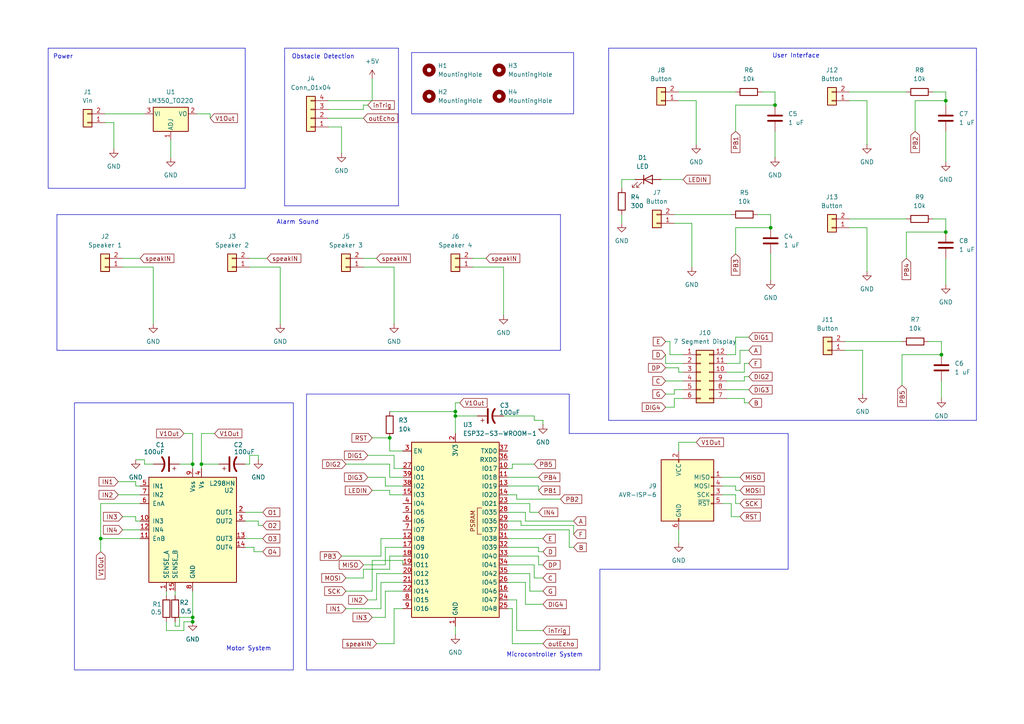
<source format=kicad_sch>
(kicad_sch (version 20231120) (generator "eeschema") (generator_version "8.0")
  (paper "A4")
  (lib_symbols
    (symbol "Connector:AVR-ISP-6" (pin_names (offset 1.016))
      (property "Reference" "J" (at -6.35 11.43 0))
      (property "Value" "AVR-ISP-6" (at 0 11.43 0))
      (symbol "AVR-ISP-6_1_1"
        (pin passive line (at 10.16 5.08 180) (length 2.54) (name "MISO") (number "1"))
        (pin passive line (at -2.54 12.7 270) (length 2.54) (name "VCC") (number "2"))
        (pin passive line (at 10.16 0 180) (length 2.54) (name "SCK") (number "3"))
        (pin passive line (at 10.16 2.54 180) (length 2.54) (name "MOSI") (number "4"))
        (pin passive line (at 10.16 -2.54 180) (length 2.54) (name "~{RST}") (number "5"))
        (pin passive line (at -2.54 -10.16 90) (length 2.54) (name "GND") (number "6"))
      )
    )
    (symbol "Connector_Generic:Conn_01x02" (pin_names (offset 1.016) hide)
      (property "Reference" "J" (at 0 2.54 0))
      (property "Value" "Conn_01x02" (at 0 -5.08 0))
      (symbol "Conn_01x02_1_1"
        (pin passive line (at -5.08 0 0) (length 3.81) (name "Pin_1") (number "1"))
        (pin passive line (at -5.08 -2.54 0) (length 3.81) (name "Pin_2") (number "2"))
      )
    )
    (symbol "Connector_Generic:Conn_01x04" (pin_names (offset 1.016) hide)
      (property "Reference" "J" (at 0 5.08 0))
      (property "Value" "Conn_01x04" (at 0 -7.62 0))
      (symbol "Conn_01x04_1_1"
        (pin passive line (at -5.08 2.54 0) (length 3.81) (name "Pin_1") (number "1"))
        (pin passive line (at -5.08 0 0) (length 3.81) (name "Pin_2") (number "2"))
        (pin passive line (at -5.08 -2.54 0) (length 3.81) (name "Pin_3") (number "3"))
        (pin passive line (at -5.08 -5.08 0) (length 3.81) (name "Pin_4") (number "4"))
      )
    )
    (symbol "Connector_Generic:Conn_02x06_Counter_Clockwise" (pin_names (offset 1.016) hide)
      (property "Reference" "J" (at 1.27 7.62 0))
      (property "Value" "Conn_02x06_Counter_Clockwise" (at 1.27 -10.16 0))
      (symbol "Conn_02x06_Counter_Clockwise_1_1"
        (pin passive line (at -5.08 5.08 0) (length 3.81) (name "Pin_1") (number "1"))
        (pin passive line (at 7.62 0 180) (length 3.81) (name "Pin_10") (number "10"))
        (pin passive line (at 7.62 2.54 180) (length 3.81) (name "Pin_11") (number "11"))
        (pin passive line (at 7.62 5.08 180) (length 3.81) (name "Pin_12") (number "12"))
        (pin passive line (at -5.08 2.54 0) (length 3.81) (name "Pin_2") (number "2"))
        (pin passive line (at -5.08 0 0) (length 3.81) (name "Pin_3") (number "3"))
        (pin passive line (at -5.08 -2.54 0) (length 3.81) (name "Pin_4") (number "4"))
        (pin passive line (at -5.08 -5.08 0) (length 3.81) (name "Pin_5") (number "5"))
        (pin passive line (at -5.08 -7.62 0) (length 3.81) (name "Pin_6") (number "6"))
        (pin passive line (at 7.62 -7.62 180) (length 3.81) (name "Pin_7") (number "7"))
        (pin passive line (at 7.62 -5.08 180) (length 3.81) (name "Pin_8") (number "8"))
        (pin passive line (at 7.62 -2.54 180) (length 3.81) (name "Pin_9") (number "9"))
      )
    )
    (symbol "Device:C" (pin_numbers hide) (pin_names (offset 0.254))
      (property "Reference" "C" (at 0.635 2.54 0))
      (property "Value" "C" (at 0.635 -2.54 0))
      (symbol "C_1_1"
        (pin passive line (at 0 3.81 270) (length 2.794) (name "~") (number "1"))
        (pin passive line (at 0 -3.81 90) (length 2.794) (name "~") (number "2"))
      )
    )
    (symbol "Device:C_Polarized_US" (pin_numbers hide) (pin_names (offset 0.254) hide)
      (property "Reference" "C" (at 0.635 2.54 0))
      (property "Value" "C_Polarized_US" (at 0.635 -2.54 0))
      (symbol "C_Polarized_US_1_1"
        (pin passive line (at 0 3.81 270) (length 2.794) (name "~") (number "1"))
        (pin passive line (at 0 -3.81 90) (length 3.302) (name "~") (number "2"))
      )
    )
    (symbol "Device:LED" (pin_numbers hide) (pin_names (offset 1.016) hide)
      (property "Reference" "D" (at 0 2.54 0))
      (property "Value" "LED" (at 0 -2.54 0))
      (symbol "LED_1_1"
        (pin passive line (at -3.81 0 0) (length 2.54) (name "K") (number "1"))
        (pin passive line (at 3.81 0 180) (length 2.54) (name "A") (number "2"))
      )
    )
    (symbol "Device:R" (pin_numbers hide) (pin_names (offset 0))
      (property "Reference" "R" (at 2.032 0 90))
      (property "Value" "R" (at 0 0 90))
      (symbol "R_1_1"
        (pin passive line (at 0 3.81 270) (length 1.27) (name "~") (number "1"))
        (pin passive line (at 0 -3.81 90) (length 1.27) (name "~") (number "2"))
      )
    )
    (symbol "Driver_Motor:L298HN" (pin_names (offset 1.016))
      (property "Reference" "U" (at -10.16 16.51 0))
      (property "Value" "L298HN" (at 12.7 16.51 0))
      (symbol "L298HN_1_1"
        (pin power_in line (at -7.62 -17.78 90) (length 2.54) (name "SENSE_A") (number "1"))
        (pin input line (at -15.24 2.54 0) (length 2.54) (name "IN3") (number "10"))
        (pin input line (at -15.24 -2.54 0) (length 2.54) (name "EnB") (number "11"))
        (pin input line (at -15.24 0 0) (length 2.54) (name "IN4") (number "12"))
        (pin output line (at 15.24 -2.54 180) (length 2.54) (name "OUT3") (number "13"))
        (pin output line (at 15.24 -5.08 180) (length 2.54) (name "OUT4") (number "14"))
        (pin power_in line (at -5.08 -17.78 90) (length 2.54) (name "SENSE_B") (number "15"))
        (pin output line (at 15.24 5.08 180) (length 2.54) (name "OUT1") (number "2"))
        (pin output line (at 15.24 2.54 180) (length 2.54) (name "OUT2") (number "3"))
        (pin power_in line (at 2.54 17.78 270) (length 2.54) (name "Vs") (number "4"))
        (pin input line (at -15.24 12.7 0) (length 2.54) (name "IN1") (number "5"))
        (pin input line (at -15.24 7.62 0) (length 2.54) (name "EnA") (number "6"))
        (pin input line (at -15.24 10.16 0) (length 2.54) (name "IN2") (number "7"))
        (pin power_in line (at 0 -17.78 90) (length 2.54) (name "GND") (number "8"))
        (pin power_in line (at 0 17.78 270) (length 2.54) (name "Vss") (number "9"))
      )
    )
    (symbol "Mechanical:MountingHole" (pin_names (offset 1.016)) (exclude_from_sim yes) (in_bom no)
      (property "Reference" "H" (at 0 5.08 0))
      (property "Value" "MountingHole" (at 0 3.175 0))
    )
    (symbol "RF_Module:ESP32-S3-WROOM-1"
      (property "Reference" "U" (at -12.7 26.67 0))
      (property "Value" "ESP32-S3-WROOM-1" (at 12.7 26.67 0))
      (symbol "ESP32-S3-WROOM-1_0_0"
        (text "PSRAM" (at 5.08 2.54 900) (effects (font (size 1.27 1.27))))
      )
      (symbol "ESP32-S3-WROOM-1_1_1"
        (pin power_in line (at 0 -27.94 90) (length 2.54) (name "GND") (number "1"))
        (pin bidirectional line (at 15.24 17.78 180) (length 2.54) (name "IO17") (number "10"))
        (pin bidirectional line (at 15.24 15.24 180) (length 2.54) (name "IO18") (number "11"))
        (pin bidirectional line (at -15.24 -2.54 0) (length 2.54) (name "IO8") (number "12"))
        (pin bidirectional line (at 15.24 12.7 180) (length 2.54) (name "IO19") (number "13"))
        (pin bidirectional line (at 15.24 10.16 180) (length 2.54) (name "IO20") (number "14"))
        (pin bidirectional line (at -15.24 10.16 0) (length 2.54) (name "IO3") (number "15"))
        (pin bidirectional line (at 15.24 -17.78 180) (length 2.54) (name "IO46") (number "16"))
        (pin bidirectional line (at -15.24 -5.08 0) (length 2.54) (name "IO9") (number "17"))
        (pin bidirectional line (at -15.24 -7.62 0) (length 2.54) (name "IO10") (number "18"))
        (pin bidirectional line (at -15.24 -10.16 0) (length 2.54) (name "IO11") (number "19"))
        (pin power_in line (at 0 27.94 270) (length 2.54) (name "3V3") (number "2"))
        (pin bidirectional line (at -15.24 -12.7 0) (length 2.54) (name "IO12") (number "20"))
        (pin bidirectional line (at -15.24 -15.24 0) (length 2.54) (name "IO13") (number "21"))
        (pin bidirectional line (at -15.24 -17.78 0) (length 2.54) (name "IO14") (number "22"))
        (pin bidirectional line (at 15.24 7.62 180) (length 2.54) (name "IO21") (number "23"))
        (pin bidirectional line (at 15.24 -20.32 180) (length 2.54) (name "IO47") (number "24"))
        (pin bidirectional line (at 15.24 -22.86 180) (length 2.54) (name "IO48") (number "25"))
        (pin bidirectional line (at 15.24 -15.24 180) (length 2.54) (name "IO45") (number "26"))
        (pin bidirectional line (at -15.24 17.78 0) (length 2.54) (name "IO0") (number "27"))
        (pin bidirectional line (at 15.24 5.08 180) (length 2.54) (name "IO35") (number "28"))
        (pin bidirectional line (at 15.24 2.54 180) (length 2.54) (name "IO36") (number "29"))
        (pin input line (at -15.24 22.86 0) (length 2.54) (name "EN") (number "3"))
        (pin bidirectional line (at 15.24 0 180) (length 2.54) (name "IO37") (number "30"))
        (pin bidirectional line (at 15.24 -2.54 180) (length 2.54) (name "IO38") (number "31"))
        (pin bidirectional line (at 15.24 -5.08 180) (length 2.54) (name "IO39") (number "32"))
        (pin bidirectional line (at 15.24 -7.62 180) (length 2.54) (name "IO40") (number "33"))
        (pin bidirectional line (at 15.24 -10.16 180) (length 2.54) (name "IO41") (number "34"))
        (pin bidirectional line (at 15.24 -12.7 180) (length 2.54) (name "IO42") (number "35"))
        (pin bidirectional line (at 15.24 20.32 180) (length 2.54) (name "RXD0") (number "36"))
        (pin bidirectional line (at 15.24 22.86 180) (length 2.54) (name "TXD0") (number "37"))
        (pin bidirectional line (at -15.24 12.7 0) (length 2.54) (name "IO2") (number "38"))
        (pin bidirectional line (at -15.24 15.24 0) (length 2.54) (name "IO1") (number "39"))
        (pin bidirectional line (at -15.24 7.62 0) (length 2.54) (name "IO4") (number "4"))
        (pin passive line (at 0 -27.94 90) (length 2.54) hide (name "GND") (number "40"))
        (pin passive line (at 0 -27.94 90) (length 2.54) hide (name "GND") (number "41"))
        (pin bidirectional line (at -15.24 5.08 0) (length 2.54) (name "IO5") (number "5"))
        (pin bidirectional line (at -15.24 2.54 0) (length 2.54) (name "IO6") (number "6"))
        (pin bidirectional line (at -15.24 0 0) (length 2.54) (name "IO7") (number "7"))
        (pin bidirectional line (at -15.24 -20.32 0) (length 2.54) (name "IO15") (number "8"))
        (pin bidirectional line (at -15.24 -22.86 0) (length 2.54) (name "IO16") (number "9"))
      )
    )
    (symbol "Regulator_Linear:LM350_TO220" (pin_names (offset 0.254))
      (property "Reference" "U" (at -3.81 3.175 0))
      (property "Value" "LM350_TO220" (at 0 3.175 0))
      (symbol "LM350_TO220_1_1"
        (pin input line (at 0 -7.62 90) (length 2.54) (name "ADJ") (number "1"))
        (pin power_out line (at 7.62 0 180) (length 2.54) (name "VO") (number "2"))
        (pin power_in line (at -7.62 0 0) (length 2.54) (name "VI") (number "3"))
      )
    )
    (symbol "power:+5V" (power) (pin_numbers hide) (pin_names (offset 0) hide)
      (property "Value" "+5V" (at 0 3.556 0))
      (symbol "+5V_1_1"
        (pin power_in line (at 0 0 90) (length 0) (name "~") (number "1"))
      )
    )
    (symbol "power:GND" (power) (pin_numbers hide) (pin_names (offset 0) hide)
      (property "Value" "GND" (at 0 -3.81 0))
      (symbol "GND_1_1"
        (pin power_in line (at 0 0 270) (length 0) (name "~") (number "1"))
      )
    )
  )
  (junction (at 223.52 66.04))
  (junction (at 29.21 156.21))
  (junction (at 55.88 134.62))
  (junction (at 132.08 120.65))
  (junction (at 132.08 119.38))
  (junction (at 224.79 30.48))
  (junction (at 55.88 180.34))
  (junction (at 55.88 179.07))
  (junction (at 273.05 102.87))
  (junction (at 274.32 29.21))
  (junction (at 113.03 127))
  (junction (at 58.42 134.62))
  (junction (at 274.32 67.31))
  (polyline (pts (xy 82.55 13.97) (xy 82.55 16.51)))
  (wire (pts (xy 215.9 107.95) (xy 215.9 105.41)))
  (wire (pts (xy 157.48 186.69) (xy 148.59 186.69)))
  (wire (pts (xy 39.37 151.13) (xy 40.64 151.13)))
  (wire (pts (xy 195.58 118.11) (xy 195.58 115.57)))
  (wire (pts (xy 157.48 175.26) (xy 152.4 175.26)))
  (wire (pts (xy 111.76 171.45) (xy 116.84 171.45)))
  (wire (pts (xy 201.93 29.21) (xy 196.85 29.21)))
  (wire (pts (xy 156.21 163.83) (xy 156.21 161.29)))
  (wire (pts (xy 114.3 186.69) (xy 114.3 176.53)))
  (wire (pts (xy 116.84 162.56) (xy 116.84 163.83)))
  (wire (pts (xy 246.38 26.67) (xy 262.89 26.67)))
  (wire (pts (xy 113.03 165.1) (xy 113.03 161.29)))
  (wire (pts (xy 151.13 152.4) (xy 151.13 151.13)))
  (wire (pts (xy 273.05 110.49) (xy 273.05 115.57)))
  (polyline (pts (xy 115.57 59.69) (xy 115.57 13.97)))
  (wire (pts (xy 114.3 132.08) (xy 114.3 135.89)))
  (wire (pts (xy 48.26 171.45) (xy 48.26 172.72)))
  (polyline (pts (xy 82.55 16.51) (xy 82.55 59.69)))
  (wire (pts (xy 251.46 29.21) (xy 246.38 29.21)))
  (polyline (pts (xy 283.21 20.32) (xy 283.21 121.92)))
  (wire (pts (xy 71.12 134.62) (xy 72.39 134.62)))
  (wire (pts (xy 74.93 151.13) (xy 74.93 152.4)))
  (wire (pts (xy 48.26 180.34) (xy 48.26 182.88)))
  (wire (pts (xy 195.58 113.03) (xy 198.12 113.03)))
  (wire (pts (xy 193.04 106.68) (xy 196.85 106.68)))
  (wire (pts (xy 113.03 119.38) (xy 132.08 119.38)))
  (wire (pts (xy 73.66 160.02) (xy 76.2 160.02)))
  (wire (pts (xy 106.68 173.99) (xy 109.22 173.99)))
  (wire (pts (xy 270.51 63.5) (xy 274.32 63.5)))
  (wire (pts (xy 113.03 130.81) (xy 113.03 127)))
  (wire (pts (xy 209.55 143.51) (xy 213.36 143.51)))
  (wire (pts (xy 251.46 41.91) (xy 251.46 29.21)))
  (polyline (pts (xy 16.51 62.23) (xy 162.56 62.23)))
  (wire (pts (xy 196.85 153.67) (xy 196.85 157.48)))
  (wire (pts (xy 154.94 134.62) (xy 148.59 134.62)))
  (wire (pts (xy 113.03 161.29) (xy 116.84 161.29)))
  (polyline (pts (xy 115.57 13.97) (xy 82.55 13.97)))
  (wire (pts (xy 114.3 77.47) (xy 114.3 93.98)))
  (wire (pts (xy 72.39 132.08) (xy 74.93 132.08)))
  (wire (pts (xy 41.91 134.62) (xy 41.91 133.35)))
  (wire (pts (xy 180.34 54.61) (xy 180.34 52.07)))
  (wire (pts (xy 71.12 151.13) (xy 74.93 151.13)))
  (wire (pts (xy 251.46 78.74) (xy 251.46 66.04)))
  (wire (pts (xy 72.39 134.62) (xy 72.39 132.08)))
  (wire (pts (xy 111.76 158.75) (xy 116.84 158.75)))
  (wire (pts (xy 52.07 179.07) (xy 55.88 179.07)))
  (wire (pts (xy 133.35 116.84) (xy 132.08 116.84)))
  (wire (pts (xy 209.55 146.05) (xy 212.09 146.05)))
  (wire (pts (xy 34.29 139.7) (xy 39.37 139.7)))
  (wire (pts (xy 166.37 151.13) (xy 152.4 151.13)))
  (wire (pts (xy 110.49 161.29) (xy 110.49 156.21)))
  (wire (pts (xy 107.95 127) (xy 113.03 127)))
  (wire (pts (xy 62.23 125.73) (xy 58.42 125.73)))
  (wire (pts (xy 48.26 182.88) (xy 53.34 182.88)))
  (wire (pts (xy 251.46 66.04) (xy 246.38 66.04)))
  (wire (pts (xy 156.21 160.02) (xy 156.21 158.75)))
  (polyline (pts (xy 16.51 62.23) (xy 16.51 101.6)))
  (polyline (pts (xy 165.1 114.3) (xy 88.9 114.3)))
  (wire (pts (xy 148.59 176.53) (xy 147.32 176.53)))
  (wire (pts (xy 35.56 74.93) (xy 40.64 74.93)))
  (polyline (pts (xy 162.56 62.23) (xy 162.56 101.6)))
  (wire (pts (xy 201.93 128.27) (xy 196.85 128.27)))
  (wire (pts (xy 215.9 110.49) (xy 215.9 109.22)))
  (wire (pts (xy 50.8 181.61) (xy 52.07 181.61)))
  (wire (pts (xy 196.85 26.67) (xy 213.36 26.67)))
  (wire (pts (xy 147.32 156.21) (xy 157.48 156.21)))
  (wire (pts (xy 270.51 26.67) (xy 274.32 26.67)))
  (polyline (pts (xy 71.12 13.97) (xy 71.12 54.61)))
  (wire (pts (xy 99.06 161.29) (xy 110.49 161.29)))
  (wire (pts (xy 210.82 115.57) (xy 215.9 115.57)))
  (polyline (pts (xy 88.9 194.31) (xy 173.99 194.31)))
  (wire (pts (xy 193.04 114.3) (xy 195.58 114.3)))
  (wire (pts (xy 114.3 135.89) (xy 116.84 135.89)))
  (wire (pts (xy 53.34 182.88) (xy 53.34 180.34)))
  (wire (pts (xy 55.88 171.45) (xy 55.88 179.07)))
  (wire (pts (xy 209.55 140.97) (xy 213.36 140.97)))
  (wire (pts (xy 111.76 179.07) (xy 111.76 171.45)))
  (wire (pts (xy 35.56 149.86) (xy 39.37 149.86)))
  (wire (pts (xy 99.06 36.83) (xy 95.25 36.83)))
  (wire (pts (xy 215.9 116.84) (xy 217.17 116.84)))
  (wire (pts (xy 109.22 166.37) (xy 116.84 166.37)))
  (wire (pts (xy 55.88 179.07) (xy 55.88 180.34)))
  (wire (pts (xy 100.33 176.53) (xy 110.49 176.53)))
  (wire (pts (xy 269.24 99.06) (xy 273.05 99.06)))
  (polyline (pts (xy 162.56 101.6) (xy 16.51 101.6)))
  (wire (pts (xy 116.84 130.81) (xy 113.03 130.81)))
  (wire (pts (xy 153.67 146.05) (xy 147.32 146.05)))
  (wire (pts (xy 30.48 33.02) (xy 41.91 33.02)))
  (wire (pts (xy 180.34 62.23) (xy 180.34 64.77)))
  (wire (pts (xy 113.03 142.24) (xy 113.03 143.51)))
  (wire (pts (xy 74.93 132.08) (xy 74.93 133.35)))
  (wire (pts (xy 262.89 74.93) (xy 262.89 67.31)))
  (wire (pts (xy 72.39 74.93) (xy 77.47 74.93)))
  (wire (pts (xy 261.62 102.87) (xy 261.62 111.76)))
  (wire (pts (xy 71.12 148.59) (xy 76.2 148.59)))
  (wire (pts (xy 35.56 77.47) (xy 44.45 77.47)))
  (wire (pts (xy 106.68 132.08) (xy 114.3 132.08)))
  (wire (pts (xy 148.59 134.62) (xy 148.59 135.89)))
  (wire (pts (xy 132.08 120.65) (xy 138.43 120.65)))
  (wire (pts (xy 111.76 140.97) (xy 116.84 140.97)))
  (wire (pts (xy 213.36 38.1) (xy 213.36 30.48)))
  (wire (pts (xy 107.95 142.24) (xy 113.03 142.24)))
  (polyline (pts (xy 283.21 13.97) (xy 283.21 20.32)))
  (wire (pts (xy 58.42 125.73) (xy 58.42 134.62)))
  (wire (pts (xy 154.94 163.83) (xy 147.32 163.83)))
  (wire (pts (xy 154.94 121.92) (xy 157.48 121.92)))
  (wire (pts (xy 81.28 77.47) (xy 81.28 93.98)))
  (wire (pts (xy 132.08 181.61) (xy 132.08 184.15)))
  (wire (pts (xy 149.86 143.51) (xy 147.32 143.51)))
  (wire (pts (xy 106.68 138.43) (xy 111.76 138.43)))
  (wire (pts (xy 137.16 77.47) (xy 146.05 77.47)))
  (wire (pts (xy 191.77 52.07) (xy 198.12 52.07)))
  (wire (pts (xy 52.07 134.62) (xy 55.88 134.62)))
  (wire (pts (xy 73.66 158.75) (xy 73.66 160.02)))
  (wire (pts (xy 196.85 106.68) (xy 196.85 107.95)))
  (wire (pts (xy 157.48 167.64) (xy 154.94 167.64)))
  (wire (pts (xy 157.48 163.83) (xy 156.21 163.83)))
  (wire (pts (xy 215.9 115.57) (xy 215.9 116.84)))
  (wire (pts (xy 194.31 99.06) (xy 194.31 102.87)))
  (wire (pts (xy 265.43 29.21) (xy 274.32 29.21)))
  (wire (pts (xy 196.85 128.27) (xy 196.85 130.81)))
  (wire (pts (xy 262.89 67.31) (xy 274.32 67.31)))
  (wire (pts (xy 156.21 140.97) (xy 147.32 140.97)))
  (wire (pts (xy 215.9 105.41) (xy 217.17 105.41)))
  (wire (pts (xy 100.33 134.62) (xy 113.03 134.62)))
  (wire (pts (xy 151.13 151.13) (xy 147.32 151.13)))
  (polyline (pts (xy 283.21 121.92) (xy 176.53 121.92)))
  (wire (pts (xy 50.8 171.45) (xy 50.8 172.72)))
  (wire (pts (xy 156.21 142.24) (xy 156.21 140.97)))
  (wire (pts (xy 148.59 135.89) (xy 147.32 135.89)))
  (wire (pts (xy 111.76 138.43) (xy 111.76 140.97)))
  (wire (pts (xy 113.03 138.43) (xy 116.84 138.43)))
  (wire (pts (xy 193.04 102.87) (xy 193.04 105.41)))
  (polyline (pts (xy 173.99 165.1) (xy 228.6 165.1)))
  (wire (pts (xy 193.04 118.11) (xy 195.58 118.11)))
  (wire (pts (xy 250.19 114.3) (xy 250.19 101.6)))
  (wire (pts (xy 215.9 109.22) (xy 217.17 109.22)))
  (wire (pts (xy 71.12 158.75) (xy 73.66 158.75)))
  (wire (pts (xy 200.66 64.77) (xy 195.58 64.77)))
  (wire (pts (xy 107.95 22.86) (xy 107.95 29.21)))
  (wire (pts (xy 39.37 140.97) (xy 40.64 140.97)))
  (wire (pts (xy 213.36 30.48) (xy 224.79 30.48)))
  (wire (pts (xy 156.21 158.75) (xy 147.32 158.75)))
  (wire (pts (xy 105.41 77.47) (xy 114.3 77.47)))
  (wire (pts (xy 107.95 29.21) (xy 95.25 29.21)))
  (polyline (pts (xy 88.9 114.3) (xy 88.9 194.31)))
  (wire (pts (xy 245.11 99.06) (xy 261.62 99.06)))
  (wire (pts (xy 224.79 26.67) (xy 224.79 30.48)))
  (wire (pts (xy 132.08 120.65) (xy 132.08 125.73)))
  (wire (pts (xy 210.82 107.95) (xy 215.9 107.95)))
  (wire (pts (xy 29.21 146.05) (xy 29.21 156.21)))
  (wire (pts (xy 95.25 34.29) (xy 105.41 34.29)))
  (wire (pts (xy 113.03 143.51) (xy 116.84 143.51)))
  (wire (pts (xy 213.36 97.79) (xy 217.17 97.79)))
  (wire (pts (xy 33.02 35.56) (xy 33.02 43.18)))
  (wire (pts (xy 57.15 33.02) (xy 60.96 33.02)))
  (wire (pts (xy 210.82 110.49) (xy 215.9 110.49)))
  (wire (pts (xy 223.52 62.23) (xy 223.52 66.04)))
  (wire (pts (xy 212.09 146.05) (xy 212.09 149.86)))
  (wire (pts (xy 30.48 35.56) (xy 33.02 35.56)))
  (wire (pts (xy 72.39 77.47) (xy 81.28 77.47)))
  (polyline (pts (xy 71.12 54.61) (xy 13.97 54.61)))
  (wire (pts (xy 214.63 105.41) (xy 214.63 101.6)))
  (wire (pts (xy 132.08 116.84) (xy 132.08 119.38)))
  (wire (pts (xy 274.32 63.5) (xy 274.32 67.31)))
  (wire (pts (xy 58.42 134.62) (xy 63.5 134.62)))
  (wire (pts (xy 149.86 144.78) (xy 149.86 143.51)))
  (wire (pts (xy 109.22 186.69) (xy 114.3 186.69)))
  (wire (pts (xy 53.34 125.73) (xy 55.88 125.73)))
  (wire (pts (xy 246.38 63.5) (xy 262.89 63.5)))
  (wire (pts (xy 209.55 138.43) (xy 214.63 138.43)))
  (wire (pts (xy 165.1 158.75) (xy 165.1 153.67)))
  (wire (pts (xy 39.37 139.7) (xy 39.37 140.97)))
  (polyline (pts (xy 228.6 165.1) (xy 228.6 125.73)))
  (wire (pts (xy 146.05 77.47) (xy 146.05 91.44)))
  (wire (pts (xy 274.32 74.93) (xy 274.32 82.55)))
  (wire (pts (xy 100.33 171.45) (xy 107.95 171.45)))
  (wire (pts (xy 223.52 73.66) (xy 223.52 81.28)))
  (wire (pts (xy 213.36 73.66) (xy 213.36 66.04)))
  (wire (pts (xy 153.67 171.45) (xy 153.67 166.37)))
  (wire (pts (xy 213.36 142.24) (xy 214.63 142.24)))
  (wire (pts (xy 220.98 26.67) (xy 224.79 26.67)))
  (polyline (pts (xy 82.55 59.69) (xy 115.57 59.69)))
  (wire (pts (xy 105.41 167.64) (xy 105.41 165.1)))
  (wire (pts (xy 146.05 120.65) (xy 154.94 120.65)))
  (wire (pts (xy 114.3 176.53) (xy 116.84 176.53)))
  (wire (pts (xy 194.31 102.87) (xy 198.12 102.87)))
  (wire (pts (xy 157.48 171.45) (xy 153.67 171.45)))
  (wire (pts (xy 149.86 144.78) (xy 162.56 144.78)))
  (wire (pts (xy 107.95 162.56) (xy 116.84 162.56)))
  (wire (pts (xy 95.25 31.75) (xy 105.41 31.75)))
  (wire (pts (xy 110.49 176.53) (xy 110.49 168.91)))
  (wire (pts (xy 148.59 186.69) (xy 148.59 176.53)))
  (wire (pts (xy 105.41 30.48) (xy 106.68 30.48)))
  (wire (pts (xy 147.32 138.43) (xy 156.21 138.43)))
  (wire (pts (xy 157.48 182.88) (xy 149.86 182.88)))
  (wire (pts (xy 273.05 99.06) (xy 273.05 102.87)))
  (polyline (pts (xy 13.97 13.97) (xy 71.12 13.97)))
  (wire (pts (xy 110.49 168.91) (xy 116.84 168.91)))
  (wire (pts (xy 166.37 158.75) (xy 165.1 158.75)))
  (wire (pts (xy 152.4 148.59) (xy 147.32 148.59)))
  (wire (pts (xy 213.36 140.97) (xy 213.36 142.24)))
  (wire (pts (xy 154.94 120.65) (xy 154.94 121.92)))
  (wire (pts (xy 201.93 41.91) (xy 201.93 29.21)))
  (wire (pts (xy 210.82 113.03) (xy 217.17 113.03)))
  (wire (pts (xy 39.37 149.86) (xy 39.37 151.13)))
  (wire (pts (xy 210.82 105.41) (xy 214.63 105.41)))
  (wire (pts (xy 214.63 101.6) (xy 217.17 101.6)))
  (wire (pts (xy 111.76 163.83) (xy 111.76 158.75)))
  (wire (pts (xy 55.88 134.62) (xy 55.88 135.89)))
  (wire (pts (xy 147.32 153.67) (xy 165.1 153.67)))
  (wire (pts (xy 52.07 181.61) (xy 52.07 179.07)))
  (wire (pts (xy 153.67 166.37) (xy 147.32 166.37)))
  (wire (pts (xy 53.34 180.34) (xy 55.88 180.34)))
  (wire (pts (xy 152.4 175.26) (xy 152.4 168.91)))
  (wire (pts (xy 166.37 152.4) (xy 151.13 152.4)))
  (wire (pts (xy 107.95 179.07) (xy 111.76 179.07)))
  (wire (pts (xy 100.33 167.64) (xy 105.41 167.64)))
  (wire (pts (xy 149.86 173.99) (xy 147.32 173.99)))
  (wire (pts (xy 265.43 38.1) (xy 265.43 29.21)))
  (wire (pts (xy 60.96 33.02) (xy 60.96 34.29)))
  (wire (pts (xy 224.79 38.1) (xy 224.79 45.72)))
  (wire (pts (xy 166.37 154.94) (xy 166.37 152.4)))
  (wire (pts (xy 29.21 146.05) (xy 40.64 146.05)))
  (wire (pts (xy 212.09 149.86) (xy 214.63 149.86)))
  (wire (pts (xy 113.03 134.62) (xy 113.03 138.43)))
  (wire (pts (xy 152.4 168.91) (xy 147.32 168.91)))
  (wire (pts (xy 35.56 153.67) (xy 40.64 153.67)))
  (wire (pts (xy 193.04 110.49) (xy 198.12 110.49)))
  (wire (pts (xy 110.49 156.21) (xy 116.84 156.21)))
  (wire (pts (xy 157.48 121.92) (xy 157.48 123.19)))
  (wire (pts (xy 196.85 107.95) (xy 198.12 107.95)))
  (wire (pts (xy 105.41 165.1) (xy 113.03 165.1)))
  (wire (pts (xy 274.32 38.1) (xy 274.32 46.99)))
  (wire (pts (xy 213.36 102.87) (xy 213.36 97.79)))
  (polyline (pts (xy 165.1 114.3) (xy 165.1 125.73)))
  (wire (pts (xy 99.06 44.45) (xy 99.06 36.83)))
  (wire (pts (xy 41.91 133.35) (xy 39.37 133.35)))
  (polyline (pts (xy 176.53 13.97) (xy 283.21 13.97)))
  (wire (pts (xy 213.36 66.04) (xy 223.52 66.04)))
  (wire (pts (xy 29.21 156.21) (xy 40.64 156.21)))
  (wire (pts (xy 50.8 180.34) (xy 50.8 181.61)))
  (wire (pts (xy 193.04 99.06) (xy 194.31 99.06)))
  (wire (pts (xy 105.41 31.75) (xy 105.41 30.48)))
  (wire (pts (xy 58.42 134.62) (xy 58.42 135.89)))
  (wire (pts (xy 29.21 160.02) (xy 29.21 156.21)))
  (wire (pts (xy 213.36 143.51) (xy 213.36 146.05)))
  (wire (pts (xy 44.45 77.47) (xy 44.45 93.98)))
  (wire (pts (xy 152.4 151.13) (xy 152.4 148.59)))
  (wire (pts (xy 109.22 173.99) (xy 109.22 166.37)))
  (wire (pts (xy 195.58 62.23) (xy 212.09 62.23)))
  (polyline (pts (xy 176.53 121.92) (xy 176.53 13.97)))
  (wire (pts (xy 74.93 152.4) (xy 76.2 152.4)))
  (polyline (pts (xy 13.97 54.61) (xy 13.97 13.97)))
  (wire (pts (xy 157.48 160.02) (xy 156.21 160.02)))
  (wire (pts (xy 274.32 29.21) (xy 274.32 30.48)))
  (wire (pts (xy 49.53 40.64) (xy 49.53 45.72)))
  (wire (pts (xy 250.19 101.6) (xy 245.11 101.6)))
  (wire (pts (xy 137.16 74.93) (xy 140.97 74.93)))
  (wire (pts (xy 180.34 52.07) (xy 184.15 52.07)))
  (wire (pts (xy 219.71 62.23) (xy 223.52 62.23)))
  (wire (pts (xy 34.29 143.51) (xy 40.64 143.51)))
  (wire (pts (xy 193.04 105.41) (xy 198.12 105.41)))
  (wire (pts (xy 71.12 156.21) (xy 76.2 156.21)))
  (wire (pts (xy 200.66 77.47) (xy 200.66 64.77)))
  (wire (pts (xy 132.08 119.38) (xy 132.08 120.65)))
  (wire (pts (xy 195.58 114.3) (xy 195.58 113.03)))
  (wire (pts (xy 210.82 102.87) (xy 213.36 102.87)))
  (wire (pts (xy 105.41 163.83) (xy 111.76 163.83)))
  (wire (pts (xy 44.45 134.62) (xy 41.91 134.62)))
  (wire (pts (xy 107.95 171.45) (xy 107.95 162.56)))
  (wire (pts (xy 213.36 146.05) (xy 214.63 146.05)))
  (wire (pts (xy 105.41 74.93) (xy 109.22 74.93)))
  (wire (pts (xy 274.32 26.67) (xy 274.32 29.21)))
  (wire (pts (xy 153.67 148.59) (xy 153.67 146.05)))
  (polyline (pts (xy 173.99 194.31) (xy 173.99 165.1)))
  (wire (pts (xy 154.94 167.64) (xy 154.94 163.83)))
  (wire (pts (xy 156.21 161.29) (xy 147.32 161.29)))
  (wire (pts (xy 261.62 102.87) (xy 273.05 102.87)))
  (wire (pts (xy 195.58 115.57) (xy 198.12 115.57)))
  (wire (pts (xy 55.88 125.73) (xy 55.88 134.62)))
  (wire (pts (xy 153.67 148.59) (xy 156.21 148.59)))
  (wire (pts (xy 149.86 182.88) (xy 149.86 173.99)))
  (polyline (pts (xy 228.6 125.73) (xy 165.1 125.73)))
  (rectangle (start 119.38 15.24) (end 166.37 33.02))
  (rectangle (start 21.59 116.84) (end 85.09 194.31))
  (text "Alarm Sound" (at 86.36 64.516 0) (effects (font (size 1.27 1.27))))
  (text "Microcontroller System" (at 157.988 189.992 0) (effects (font (size 1.27 1.27))))
  (text "Motor System" (at 72.136 188.214 0) (effects (font (size 1.27 1.27))))
  (text "User Interface" (at 230.886 16.256 0) (effects (font (size 1.27 1.27))))
  (text "Power" (at 18.288 16.51 0) (effects (font (size 1.27 1.27))))
  (text "Obstacle Detection" (at 93.726 16.51 0) (effects (font (size 1.27 1.27))))
  (global_label "LEDIN" (shape input) (at 107.95 142.24 180) (property "Intersheetrefs" "${INTERSHEET_REFS}" (effects (hide yes))))
  (global_label "speakIN" (shape input) (at 109.22 74.93 0) (property "Intersheetrefs" "${INTERSHEET_REFS}" (effects (hide yes))))
  (global_label "DIG3" (shape input) (at 217.17 113.03 0) (property "Intersheetrefs" "${INTERSHEET_REFS}" (effects (hide yes))))
  (global_label "O1" (shape input) (at 76.2 148.59 0) (property "Intersheetrefs" "${INTERSHEET_REFS}" (effects (hide yes))))
  (global_label "G" (shape input) (at 193.04 114.3 180) (property "Intersheetrefs" "${INTERSHEET_REFS}" (effects (hide yes))))
  (global_label "IN2" (shape input) (at 34.29 143.51 180) (property "Intersheetrefs" "${INTERSHEET_REFS}" (effects (hide yes))))
  (global_label "O4" (shape input) (at 76.2 160.02 0) (property "Intersheetrefs" "${INTERSHEET_REFS}" (effects (hide yes))))
  (global_label "DIG1" (shape input) (at 106.68 132.08 180) (property "Intersheetrefs" "${INTERSHEET_REFS}" (effects (hide yes))))
  (global_label "DP" (shape input) (at 157.48 163.83 0) (property "Intersheetrefs" "${INTERSHEET_REFS}" (effects (hide yes))))
  (global_label "speakIN" (shape input) (at 77.47 74.93 0) (property "Intersheetrefs" "${INTERSHEET_REFS}" (effects (hide yes))))
  (global_label "speakIN" (shape input) (at 109.22 186.69 180) (property "Intersheetrefs" "${INTERSHEET_REFS}" (effects (hide yes))))
  (global_label "inTrig" (shape input) (at 106.68 30.48 0) (property "Intersheetrefs" "${INTERSHEET_REFS}" (effects (hide yes))))
  (global_label "IN3" (shape input) (at 107.95 179.07 180) (property "Intersheetrefs" "${INTERSHEET_REFS}" (effects (hide yes))))
  (global_label "V1Out" (shape input) (at 29.21 160.02 270) (property "Intersheetrefs" "${INTERSHEET_REFS}" (effects (hide yes))))
  (global_label "inTrig" (shape input) (at 157.48 182.88 0) (property "Intersheetrefs" "${INTERSHEET_REFS}" (effects (hide yes))))
  (global_label "D" (shape input) (at 193.04 102.87 180) (property "Intersheetrefs" "${INTERSHEET_REFS}" (effects (hide yes))))
  (global_label "MISO" (shape input) (at 105.41 163.83 180) (property "Intersheetrefs" "${INTERSHEET_REFS}" (effects (hide yes))))
  (global_label "O3" (shape input) (at 76.2 156.21 0) (property "Intersheetrefs" "${INTERSHEET_REFS}" (effects (hide yes))))
  (global_label "PB4" (shape input) (at 156.21 138.43 0) (property "Intersheetrefs" "${INTERSHEET_REFS}" (effects (hide yes))))
  (global_label "SCK" (shape input) (at 100.33 171.45 180) (property "Intersheetrefs" "${INTERSHEET_REFS}" (effects (hide yes))))
  (global_label "PB2" (shape input) (at 162.56 144.78 0) (property "Intersheetrefs" "${INTERSHEET_REFS}" (effects (hide yes))))
  (global_label "PB2" (shape input) (at 265.43 38.1 270) (property "Intersheetrefs" "${INTERSHEET_REFS}" (effects (hide yes))))
  (global_label "V1Out" (shape input) (at 133.35 116.84 0) (property "Intersheetrefs" "${INTERSHEET_REFS}" (effects (hide yes))))
  (global_label "V1Out" (shape input) (at 60.96 34.29 0) (property "Intersheetrefs" "${INTERSHEET_REFS}" (effects (hide yes))))
  (global_label "speakIN" (shape input) (at 140.97 74.93 0) (property "Intersheetrefs" "${INTERSHEET_REFS}" (effects (hide yes))))
  (global_label "MOSI" (shape input) (at 214.63 142.24 0) (property "Intersheetrefs" "${INTERSHEET_REFS}" (effects (hide yes))))
  (global_label "IN1" (shape input) (at 34.29 139.7 180) (property "Intersheetrefs" "${INTERSHEET_REFS}" (effects (hide yes))))
  (global_label "F" (shape input) (at 217.17 105.41 0) (property "Intersheetrefs" "${INTERSHEET_REFS}" (effects (hide yes))))
  (global_label "DIG1" (shape input) (at 217.17 97.79 0) (property "Intersheetrefs" "${INTERSHEET_REFS}" (effects (hide yes))))
  (global_label "IN3" (shape input) (at 35.56 149.86 180) (property "Intersheetrefs" "${INTERSHEET_REFS}" (effects (hide yes))))
  (global_label "A" (shape input) (at 166.37 151.13 0) (property "Intersheetrefs" "${INTERSHEET_REFS}" (effects (hide yes))))
  (global_label "IN4" (shape input) (at 156.21 148.59 0) (property "Intersheetrefs" "${INTERSHEET_REFS}" (effects (hide yes))))
  (global_label "outEcho" (shape input) (at 105.41 34.29 0) (property "Intersheetrefs" "${INTERSHEET_REFS}" (effects (hide yes))))
  (global_label "E" (shape input) (at 193.04 99.06 180) (property "Intersheetrefs" "${INTERSHEET_REFS}" (effects (hide yes))))
  (global_label "C" (shape input) (at 193.04 110.49 180) (property "Intersheetrefs" "${INTERSHEET_REFS}" (effects (hide yes))))
  (global_label "DIG4" (shape input) (at 157.48 175.26 0) (property "Intersheetrefs" "${INTERSHEET_REFS}" (effects (hide yes))))
  (global_label "PB1" (shape input) (at 156.21 142.24 0) (property "Intersheetrefs" "${INTERSHEET_REFS}" (effects (hide yes))))
  (global_label "IN2" (shape input) (at 106.68 173.99 180) (property "Intersheetrefs" "${INTERSHEET_REFS}" (effects (hide yes))))
  (global_label "PB4" (shape input) (at 262.89 74.93 270) (property "Intersheetrefs" "${INTERSHEET_REFS}" (effects (hide yes))))
  (global_label "PB5" (shape input) (at 261.62 111.76 270) (property "Intersheetrefs" "${INTERSHEET_REFS}" (effects (hide yes))))
  (global_label "PB3" (shape input) (at 213.36 73.66 270) (property "Intersheetrefs" "${INTERSHEET_REFS}" (effects (hide yes))))
  (global_label "O2" (shape input) (at 76.2 152.4 0) (property "Intersheetrefs" "${INTERSHEET_REFS}" (effects (hide yes))))
  (global_label "F" (shape input) (at 166.37 154.94 0) (property "Intersheetrefs" "${INTERSHEET_REFS}" (effects (hide yes))))
  (global_label "PB3" (shape input) (at 99.06 161.29 180) (property "Intersheetrefs" "${INTERSHEET_REFS}" (effects (hide yes))))
  (global_label "V1Out" (shape input) (at 62.23 125.73 0) (property "Intersheetrefs" "${INTERSHEET_REFS}" (effects (hide yes))))
  (global_label "IN1" (shape input) (at 100.33 176.53 180) (property "Intersheetrefs" "${INTERSHEET_REFS}" (effects (hide yes))))
  (global_label "RST" (shape input) (at 214.63 149.86 0) (property "Intersheetrefs" "${INTERSHEET_REFS}" (effects (hide yes))))
  (global_label "C" (shape input) (at 157.48 167.64 0) (property "Intersheetrefs" "${INTERSHEET_REFS}" (effects (hide yes))))
  (global_label "PB1" (shape input) (at 213.36 38.1 270) (property "Intersheetrefs" "${INTERSHEET_REFS}" (effects (hide yes))))
  (global_label "D" (shape input) (at 157.48 160.02 0) (property "Intersheetrefs" "${INTERSHEET_REFS}" (effects (hide yes))))
  (global_label "V1Out" (shape input) (at 201.93 128.27 0) (property "Intersheetrefs" "${INTERSHEET_REFS}" (effects (hide yes))))
  (global_label "DIG3" (shape input) (at 106.68 138.43 180) (property "Intersheetrefs" "${INTERSHEET_REFS}" (effects (hide yes))))
  (global_label "DIG4" (shape input) (at 193.04 118.11 180) (property "Intersheetrefs" "${INTERSHEET_REFS}" (effects (hide yes))))
  (global_label "MISO" (shape input) (at 214.63 138.43 0) (property "Intersheetrefs" "${INTERSHEET_REFS}" (effects (hide yes))))
  (global_label "B" (shape input) (at 217.17 116.84 0) (property "Intersheetrefs" "${INTERSHEET_REFS}" (effects (hide yes))))
  (global_label "outEcho" (shape input) (at 157.48 186.69 0) (property "Intersheetrefs" "${INTERSHEET_REFS}" (effects (hide yes))))
  (global_label "E" (shape input) (at 157.48 156.21 0) (property "Intersheetrefs" "${INTERSHEET_REFS}" (effects (hide yes))))
  (global_label "MOSI" (shape input) (at 100.33 167.64 180) (property "Intersheetrefs" "${INTERSHEET_REFS}" (effects (hide yes))))
  (global_label "V1Out" (shape input) (at 53.34 125.73 180) (property "Intersheetrefs" "${INTERSHEET_REFS}" (effects (hide yes))))
  (global_label "B" (shape input) (at 166.37 158.75 0) (property "Intersheetrefs" "${INTERSHEET_REFS}" (effects (hide yes))))
  (global_label "G" (shape input) (at 157.48 171.45 0) (property "Intersheetrefs" "${INTERSHEET_REFS}" (effects (hide yes))))
  (global_label "SCK" (shape input) (at 214.63 146.05 0) (property "Intersheetrefs" "${INTERSHEET_REFS}" (effects (hide yes))))
  (global_label "DIG2" (shape input) (at 100.33 134.62 180) (property "Intersheetrefs" "${INTERSHEET_REFS}" (effects (hide yes))))
  (global_label "IN4" (shape input) (at 35.56 153.67 180) (property "Intersheetrefs" "${INTERSHEET_REFS}" (effects (hide yes))))
  (global_label "LEDIN" (shape input) (at 198.12 52.07 0) (property "Intersheetrefs" "${INTERSHEET_REFS}" (effects (hide yes))))
  (global_label "PB5" (shape input) (at 154.94 134.62 0) (property "Intersheetrefs" "${INTERSHEET_REFS}" (effects (hide yes))))
  (global_label "DIG2" (shape input) (at 217.17 109.22 0) (property "Intersheetrefs" "${INTERSHEET_REFS}" (effects (hide yes))))
  (global_label "RST" (shape input) (at 107.95 127 180) (property "Intersheetrefs" "${INTERSHEET_REFS}" (effects (hide yes))))
  (global_label "speakIN" (shape input) (at 40.64 74.93 0) (property "Intersheetrefs" "${INTERSHEET_REFS}" (effects (hide yes))))
  (global_label "A" (shape input) (at 217.17 101.6 0) (property "Intersheetrefs" "${INTERSHEET_REFS}" (effects (hide yes))))
  (global_label "DP" (shape input) (at 193.04 106.68 180) (property "Intersheetrefs" "${INTERSHEET_REFS}" (effects (hide yes))))
  (symbol (lib_id "power:GND") (at 223.52 81.28 0) (unit 1)
    (property "Reference" "#PWR018" (effects (hide yes)))
    (property "Value" "GND" (at 223.52 86.36 0))
    (property "Description" "Power symbol creates a global label with name \"GND\" , ground" (effects (hide yes)))
  )
  (symbol (lib_id "power:GND") (at 200.66 77.47 0) (unit 1)
    (property "Reference" "#PWR016" (effects (hide yes)))
    (property "Value" "GND" (at 200.66 82.55 0))
    (property "Description" "Power symbol creates a global label with name \"GND\" , ground" (effects (hide yes)))
  )
  (symbol (lib_id "power:GND") (at 274.32 46.99 0) (unit 1)
    (property "Reference" "#PWR024" (effects (hide yes)))
    (property "Value" "GND" (at 274.32 52.07 0))
    (property "Description" "Power symbol creates a global label with name \"GND\" , ground" (effects (hide yes)))
  )
  (symbol (lib_id "power:GND") (at 180.34 64.77 0) (unit 1)
    (property "Reference" "#PWR014" (effects (hide yes)))
    (property "Value" "GND" (at 180.34 69.85 0))
    (property "Description" "Power symbol creates a global label with name \"GND\" , ground" (effects (hide yes)))
  )
  (symbol (lib_id "Device:LED") (at 187.96 52.07 0) (unit 1)
    (property "Reference" "D1" (at 186.3725 45.72 0))
    (property "Value" "LED" (at 186.3725 48.26 0))
    (property "Footprint" "Connector_Molex:Molex_KK-254_AE-6410-02A_1x02_P2.54mm_Vertical" (effects (hide yes)))
    (property "Description" "Light emitting diode" (effects (hide yes)))
  )
  (symbol (lib_id "power:GND") (at 81.28 93.98 0) (unit 1)
    (property "Reference" "#PWR07" (effects (hide yes)))
    (property "Value" "GND" (at 81.28 99.06 0))
    (property "Description" "Power symbol creates a global label with name \"GND\" , ground" (effects (hide yes)))
  )
  (symbol (lib_id "Connector_Generic:Conn_01x02") (at 191.77 29.21 180) (unit 1)
    (property "Reference" "J8" (at 191.77 20.32 0))
    (property "Value" "Button" (at 191.77 22.86 0))
    (property "Footprint" "Connector_Molex:Molex_KK-254_AE-6410-02A_1x02_P2.54mm_Vertical" (effects (hide yes)))
    (property "Description" "Generic connector, single row, 01x02, script generated (kicad-library-utils/schlib/autogen/connector/)" (effects (hide yes)))
  )
  (symbol (lib_id "Device:R") (at 265.43 99.06 270) (unit 1)
    (property "Reference" "R7" (at 265.43 92.71 90))
    (property "Value" "10k" (at 265.43 95.25 90))
    (property "Footprint" "Resistor_SMD:R_0805_2012Metric_Pad1.20x1.40mm_HandSolder" (effects (hide yes)))
    (property "Description" "Resistor" (effects (hide yes)))
  )
  (symbol (lib_id "Device:C_Polarized_US") (at 48.26 134.62 270) (mirror x) (unit 1)
    (property "Reference" "C1" (at 46.482 129.032 90))
    (property "Value" "100uF" (at 44.704 131.064 90))
    (property "Footprint" "Capacitor_SMD:C_0805_2012Metric_Pad1.18x1.45mm_HandSolder" (effects (hide yes)))
    (property "Description" "Polarized capacitor, US symbol" (effects (hide yes)))
  )
  (symbol (lib_id "Connector_Generic:Conn_01x04") (at 90.17 34.29 180) (unit 1)
    (property "Reference" "J4" (at 90.17 22.86 0))
    (property "Value" "Conn_01x04" (at 90.17 25.4 0))
    (property "Footprint" "Connector_Molex:Molex_KK-254_AE-6410-04A_1x04_P2.54mm_Vertical" (effects (hide yes)))
    (property "Description" "Generic connector, single row, 01x04, script generated (kicad-library-utils/schlib/autogen/connector/)" (effects (hide yes)))
  )
  (symbol (lib_id "Mechanical:MountingHole") (at 144.78 27.94 0) (unit 1) (exclude_from_sim yes) (in_bom no)
    (property "Reference" "H4" (at 147.32 26.6699 0) (effects (justify left)))
    (property "Value" "MountingHole" (at 147.32 29.2099 0) (effects (justify left)))
    (property "Footprint" "MountingHole:MountingHole_3.2mm_M3" (effects (hide yes)))
    (property "Description" "Mounting Hole without connection" (effects (hide yes)))
  )
  (symbol (lib_id "Device:C") (at 273.05 106.68 0) (unit 1)
    (property "Reference" "C6" (at 276.86 105.4099 0) (effects (justify left)))
    (property "Value" "1 uF" (at 276.86 107.9499 0) (effects (justify left)))
    (property "Footprint" "Capacitor_SMD:C_0805_2012Metric_Pad1.18x1.45mm_HandSolder" (effects (hide yes)))
    (property "Description" "Unpolarized capacitor" (effects (hide yes)))
  )
  (symbol (lib_id "power:GND") (at 157.48 123.19 0) (unit 1)
    (property "Reference" "#PWR013" (effects (hide yes)))
    (property "Value" "GND" (at 157.48 128.27 0))
    (property "Description" "Power symbol creates a global label with name \"GND\" , ground" (effects (hide yes)))
  )
  (symbol (lib_id "power:GND") (at 74.93 133.35 0) (unit 1)
    (property "Reference" "#PWR06" (effects (hide yes)))
    (property "Value" "GND" (at 74.93 138.43 0))
    (property "Description" "Power symbol creates a global label with name \"GND\" , ground" (effects (hide yes)))
  )
  (symbol (lib_id "Device:C") (at 274.32 34.29 0) (unit 1)
    (property "Reference" "C7" (at 278.13 33.0199 0) (effects (justify left)))
    (property "Value" "1 uF" (at 278.13 35.5599 0) (effects (justify left)))
    (property "Footprint" "Capacitor_SMD:C_0805_2012Metric_Pad1.18x1.45mm_HandSolder" (effects (hide yes)))
    (property "Description" "Unpolarized capacitor" (effects (hide yes)))
  )
  (symbol (lib_id "Connector_Generic:Conn_01x02") (at 67.31 77.47 180) (unit 1)
    (property "Reference" "J3" (at 67.31 68.58 0))
    (property "Value" "Speaker 2" (at 67.31 71.12 0))
    (property "Footprint" "Connector_Molex:Molex_KK-254_AE-6410-02A_1x02_P2.54mm_Vertical" (effects (hide yes)))
    (property "Description" "Generic connector, single row, 01x02, script generated (kicad-library-utils/schlib/autogen/connector/)" (effects (hide yes)))
  )
  (symbol (lib_id "Mechanical:MountingHole") (at 124.46 27.94 0) (unit 1) (exclude_from_sim yes) (in_bom no)
    (property "Reference" "H2" (at 127 26.6699 0) (effects (justify left)))
    (property "Value" "MountingHole" (at 127 29.2099 0) (effects (justify left)))
    (property "Footprint" "MountingHole:MountingHole_3.2mm_M3" (effects (hide yes)))
    (property "Description" "Mounting Hole without connection" (effects (hide yes)))
  )
  (symbol (lib_id "Device:R") (at 266.7 26.67 270) (unit 1)
    (property "Reference" "R8" (at 266.7 20.32 90))
    (property "Value" "10k" (at 266.7 22.86 90))
    (property "Footprint" "Resistor_SMD:R_0805_2012Metric_Pad1.20x1.40mm_HandSolder" (effects (hide yes)))
    (property "Description" "Resistor" (effects (hide yes)))
  )
  (symbol (lib_id "Device:R") (at 180.34 58.42 0) (unit 1)
    (property "Reference" "R4" (at 182.88 57.1499 0) (effects (justify left)))
    (property "Value" "300" (at 182.88 59.6899 0) (effects (justify left)))
    (property "Footprint" "Resistor_SMD:R_0805_2012Metric_Pad1.20x1.40mm_HandSolder" (effects (hide yes)))
    (property "Description" "Resistor" (effects (hide yes)))
  )
  (symbol (lib_id "power:GND") (at 196.85 157.48 0) (unit 1)
    (property "Reference" "#PWR015" (effects (hide yes)))
    (property "Value" "GND" (at 196.85 162.56 0))
    (property "Description" "Power symbol creates a global label with name \"GND\" , ground" (effects (hide yes)))
  )
  (symbol (lib_id "power:GND") (at 49.53 45.72 0) (unit 1)
    (property "Reference" "#PWR04" (effects (hide yes)))
    (property "Value" "GND" (at 49.53 50.8 0))
    (property "Description" "Power symbol creates a global label with name \"GND\" , ground" (effects (hide yes)))
  )
  (symbol (lib_id "power:GND") (at 251.46 41.91 0) (unit 1)
    (property "Reference" "#PWR021" (effects (hide yes)))
    (property "Value" "GND" (at 251.46 46.99 0))
    (property "Description" "Power symbol creates a global label with name \"GND\" , ground" (effects (hide yes)))
  )
  (symbol (lib_id "Connector_Generic:Conn_01x02") (at 190.5 64.77 180) (unit 1)
    (property "Reference" "J7" (at 190.5 55.88 0))
    (property "Value" "Button" (at 190.5 58.42 0))
    (property "Footprint" "Connector_Molex:Molex_KK-254_AE-6410-02A_1x02_P2.54mm_Vertical" (effects (hide yes)))
    (property "Description" "Generic connector, single row, 01x02, script generated (kicad-library-utils/schlib/autogen/connector/)" (effects (hide yes)))
  )
  (symbol (lib_id "power:GND") (at 251.46 78.74 0) (unit 1)
    (property "Reference" "#PWR022" (effects (hide yes)))
    (property "Value" "GND" (at 251.46 83.82 0))
    (property "Description" "Power symbol creates a global label with name \"GND\" , ground" (effects (hide yes)))
  )
  (symbol (lib_id "power:GND") (at 33.02 43.18 0) (unit 1)
    (property "Reference" "#PWR01" (effects (hide yes)))
    (property "Value" "GND" (at 33.02 48.26 0))
    (property "Description" "Power symbol creates a global label with name \"GND\" , ground" (effects (hide yes)))
  )
  (symbol (lib_id "power:GND") (at 44.45 93.98 0) (unit 1)
    (property "Reference" "#PWR03" (effects (hide yes)))
    (property "Value" "GND" (at 44.45 99.06 0))
    (property "Description" "Power symbol creates a global label with name \"GND\" , ground" (effects (hide yes)))
  )
  (symbol (lib_id "Device:R") (at 50.8 176.53 0) (unit 1)
    (property "Reference" "R2" (at 52.07 174.752 0) (effects (justify left)))
    (property "Value" "0.5" (at 52.324 177.292 0) (effects (justify left)))
    (property "Footprint" "Resistor_SMD:R_0805_2012Metric_Pad1.20x1.40mm_HandSolder" (effects (hide yes)))
    (property "Description" "Resistor" (effects (hide yes)))
  )
  (symbol (lib_id "Device:C") (at 274.32 71.12 0) (unit 1)
    (property "Reference" "C8" (at 278.13 69.8499 0) (effects (justify left)))
    (property "Value" "1 uF" (at 278.13 72.3899 0) (effects (justify left)))
    (property "Footprint" "Capacitor_SMD:C_0805_2012Metric_Pad1.18x1.45mm_HandSolder" (effects (hide yes)))
    (property "Description" "Unpolarized capacitor" (effects (hide yes)))
  )
  (symbol (lib_id "Device:R") (at 113.03 123.19 180) (unit 1)
    (property "Reference" "R3" (at 115.57 121.9199 0) (effects (justify right)))
    (property "Value" "10k" (at 115.57 124.4599 0) (effects (justify right)))
    (property "Footprint" "Resistor_SMD:R_0805_2012Metric_Pad1.20x1.40mm_HandSolder" (effects (hide yes)))
    (property "Description" "Resistor" (effects (hide yes)))
  )
  (symbol (lib_id "power:GND") (at 201.93 41.91 0) (unit 1)
    (property "Reference" "#PWR017" (effects (hide yes)))
    (property "Value" "GND" (at 201.93 46.99 0))
    (property "Description" "Power symbol creates a global label with name \"GND\" , ground" (effects (hide yes)))
  )
  (symbol (lib_id "Connector_Generic:Conn_01x02") (at 241.3 66.04 180) (unit 1)
    (property "Reference" "J13" (at 241.3 57.15 0))
    (property "Value" "Button" (at 241.3 59.69 0))
    (property "Footprint" "Connector_Molex:Molex_KK-254_AE-6410-02A_1x02_P2.54mm_Vertical" (effects (hide yes)))
    (property "Description" "Generic connector, single row, 01x02, script generated (kicad-library-utils/schlib/autogen/connector/)" (effects (hide yes)))
  )
  (symbol (lib_id "Connector_Generic:Conn_01x02") (at 25.4 35.56 180) (unit 1)
    (property "Reference" "J1" (at 25.4 26.67 0))
    (property "Value" "Vin" (at 25.4 29.21 0))
    (property "Footprint" "Connector_Molex:Molex_KK-254_AE-6410-02A_1x02_P2.54mm_Vertical" (effects (hide yes)))
    (property "Description" "Generic connector, single row, 01x02, script generated (kicad-library-utils/schlib/autogen/connector/)" (effects (hide yes)))
  )
  (symbol (lib_id "Mechanical:MountingHole") (at 124.46 20.32 0) (unit 1) (exclude_from_sim yes) (in_bom no)
    (property "Reference" "H1" (at 127 19.0499 0) (effects (justify left)))
    (property "Value" "MountingHole" (at 127 21.5899 0) (effects (justify left)))
    (property "Footprint" "MountingHole:MountingHole_3.2mm_M3" (effects (hide yes)))
    (property "Description" "Mounting Hole without connection" (effects (hide yes)))
  )
  (symbol (lib_id "power:GND") (at 224.79 45.72 0) (unit 1)
    (property "Reference" "#PWR019" (effects (hide yes)))
    (property "Value" "GND" (at 224.79 50.8 0))
    (property "Description" "Power symbol creates a global label with name \"GND\" , ground" (effects (hide yes)))
  )
  (symbol (lib_id "Device:C_Polarized_US") (at 142.24 120.65 90) (unit 1)
    (property "Reference" "C3" (at 146.304 117.602 90))
    (property "Value" "100uF" (at 147.828 119.634 90))
    (property "Footprint" "Capacitor_SMD:C_0805_2012Metric_Pad1.18x1.45mm_HandSolder" (effects (hide yes)))
    (property "Description" "Polarized capacitor, US symbol" (effects (hide yes)))
  )
  (symbol (lib_id "Device:R") (at 217.17 26.67 270) (unit 1)
    (property "Reference" "R6" (at 217.17 20.32 90))
    (property "Value" "10k" (at 217.17 22.86 90))
    (property "Footprint" "Resistor_SMD:R_0805_2012Metric_Pad1.20x1.40mm_HandSolder" (effects (hide yes)))
    (property "Description" "Resistor" (effects (hide yes)))
  )
  (symbol (lib_id "power:+5V") (at 107.95 22.86 0) (unit 1)
    (property "Reference" "#PWR09" (effects (hide yes)))
    (property "Value" "+5V" (at 107.95 17.78 0))
    (property "Description" "Power symbol creates a global label with name \"+5V\"" (effects (hide yes)))
  )
  (symbol (lib_id "Connector_Generic:Conn_01x02") (at 30.48 77.47 180) (unit 1)
    (property "Reference" "J2" (at 30.48 68.58 0))
    (property "Value" "Speaker 1" (at 30.48 71.12 0))
    (property "Footprint" "Connector_Molex:Molex_KK-254_AE-6410-02A_1x02_P2.54mm_Vertical" (effects (hide yes)))
    (property "Description" "Generic connector, single row, 01x02, script generated (kicad-library-utils/schlib/autogen/connector/)" (effects (hide yes)))
  )
  (symbol (lib_id "Connector_Generic:Conn_01x02") (at 100.33 77.47 180) (unit 1)
    (property "Reference" "J5" (at 100.33 68.58 0))
    (property "Value" "Speaker 3" (at 100.33 71.12 0))
    (property "Footprint" "Connector_Molex:Molex_KK-254_AE-6410-02A_1x02_P2.54mm_Vertical" (effects (hide yes)))
    (property "Description" "Generic connector, single row, 01x02, script generated (kicad-library-utils/schlib/autogen/connector/)" (effects (hide yes)))
  )
  (symbol (lib_id "power:GND") (at 114.3 93.98 0) (unit 1)
    (property "Reference" "#PWR010" (effects (hide yes)))
    (property "Value" "GND" (at 114.3 99.06 0))
    (property "Description" "Power symbol creates a global label with name \"GND\" , ground" (effects (hide yes)))
  )
  (symbol (lib_id "power:GND") (at 55.88 180.34 0) (unit 1)
    (property "Reference" "#PWR05" (effects (hide yes)))
    (property "Value" "GND" (at 55.88 185.42 0))
    (property "Description" "Power symbol creates a global label with name \"GND\" , ground" (effects (hide yes)))
  )
  (symbol (lib_id "power:GND") (at 99.06 44.45 0) (unit 1)
    (property "Reference" "#PWR08" (effects (hide yes)))
    (property "Value" "GND" (at 99.06 49.53 0))
    (property "Description" "Power symbol creates a global label with name \"GND\" , ground" (effects (hide yes)))
  )
  (symbol (lib_id "Connector_Generic:Conn_01x02") (at 240.03 101.6 180) (unit 1)
    (property "Reference" "J11" (at 240.03 92.71 0))
    (property "Value" "Button" (at 240.03 95.25 0))
    (property "Footprint" "Connector_Molex:Molex_KK-254_AE-6410-02A_1x02_P2.54mm_Vertical" (effects (hide yes)))
    (property "Description" "Generic connector, single row, 01x02, script generated (kicad-library-utils/schlib/autogen/connector/)" (effects (hide yes)))
  )
  (symbol (lib_id "Device:R") (at 266.7 63.5 270) (unit 1)
    (property "Reference" "R9" (at 266.7 57.15 90))
    (property "Value" "10k" (at 266.7 59.69 90))
    (property "Footprint" "Resistor_SMD:R_0805_2012Metric_Pad1.20x1.40mm_HandSolder" (effects (hide yes)))
    (property "Description" "Resistor" (effects (hide yes)))
  )
  (symbol (lib_id "power:GND") (at 273.05 115.57 0) (unit 1)
    (property "Reference" "#PWR023" (effects (hide yes)))
    (property "Value" "GND" (at 273.05 120.65 0))
    (property "Description" "Power symbol creates a global label with name \"GND\" , ground" (effects (hide yes)))
  )
  (symbol (lib_id "Connector_Generic:Conn_01x02") (at 132.08 77.47 180) (unit 1)
    (property "Reference" "J6" (at 132.08 68.58 0))
    (property "Value" "Speaker 4" (at 132.08 71.12 0))
    (property "Footprint" "Connector_Molex:Molex_KK-254_AE-6410-02A_1x02_P2.54mm_Vertical" (effects (hide yes)))
    (property "Description" "Generic connector, single row, 01x02, script generated (kicad-library-utils/schlib/autogen/connector/)" (effects (hide yes)))
  )
  (symbol (lib_id "Device:C_Polarized_US") (at 67.31 134.62 90) (unit 1)
    (property "Reference" "C2" (at 69.088 129.032 90))
    (property "Value" "100uF" (at 70.866 131.064 90))
    (property "Footprint" "Capacitor_SMD:C_0805_2012Metric_Pad1.18x1.45mm_HandSolder" (effects (hide yes)))
    (property "Description" "Polarized capacitor, US symbol" (effects (hide yes)))
  )
  (symbol (lib_id "Connector:AVR-ISP-6") (at 199.39 143.51 0) (unit 1)
    (property "Reference" "J9" (at 190.5 140.9699 0) (effects (justify right)))
    (property "Value" "AVR-ISP-6" (at 190.5 143.5099 0) (effects (justify right)))
    (property "Footprint" "Connector_IDC:IDC-Header_2x03_P2.54mm_Vertical" (effects (hide yes)))
    (property "Description" "Atmel 6-pin ISP connector" (effects (hide yes)))
  )
  (symbol (lib_id "power:GND") (at 250.19 114.3 0) (unit 1)
    (property "Reference" "#PWR020" (effects (hide yes)))
    (property "Value" "GND" (at 250.19 119.38 0))
    (property "Description" "Power symbol creates a global label with name \"GND\" , ground" (effects (hide yes)))
  )
  (symbol (lib_id "power:GND") (at 39.37 133.35 0) (unit 1)
    (property "Reference" "#PWR02" (effects (hide yes)))
    (property "Value" "GND" (at 39.37 138.43 0))
    (property "Description" "Power symbol creates a global label with name \"GND\" , ground" (effects (hide yes)))
  )
  (symbol (lib_id "Connector_Generic:Conn_01x02") (at 241.3 29.21 180) (unit 1)
    (property "Reference" "J12" (at 241.3 20.32 0))
    (property "Value" "Button" (at 241.3 22.86 0))
    (property "Footprint" "Connector_Molex:Molex_KK-254_AE-6410-02A_1x02_P2.54mm_Vertical" (effects (hide yes)))
    (property "Description" "Generic connector, single row, 01x02, script generated (kicad-library-utils/schlib/autogen/connector/)" (effects (hide yes)))
  )
  (symbol (lib_id "Regulator_Linear:LM350_TO220") (at 49.53 33.02 0) (unit 1)
    (property "Reference" "U1" (at 49.53 26.67 0))
    (property "Value" "LM350_TO220" (at 49.53 29.21 0))
    (property "Footprint" "Package_TO_SOT_THT:TO-220-3_Vertical" (effects (hide yes)))
    (property "Datasheet" "https://www.onsemi.com/pub/Collateral/LM350-D.pdf" (effects (hide yes)))
    (property "Description" "3A 33V Adjustable Linear Regulator, TO-220" (effects (hide yes)))
  )
  (symbol (lib_id "power:GND") (at 146.05 91.44 0) (unit 1)
    (property "Reference" "#PWR012" (effects (hide yes)))
    (property "Value" "GND" (at 146.05 96.52 0))
    (property "Description" "Power symbol creates a global label with name \"GND\" , ground" (effects (hide yes)))
  )
  (symbol (lib_id "Connector_Generic:Conn_02x06_Counter_Clockwise") (at 203.2 107.95 0) (unit 1)
    (property "Reference" "J10" (at 204.47 96.52 0))
    (property "Value" "7 Segment Display" (at 204.47 99.06 0))
    (property "Footprint" "Connector_IDC:IDC-Header_2x06_P2.54mm_Vertical" (effects (hide yes)))
    (property "Description" "Generic connector, double row, 02x06, counter clockwise pin numbering scheme (similar to DIP package numbering), script generated (kicad-library-utils/schlib/autogen/connector/)" (effects (hide yes)))
  )
  (symbol (lib_id "power:GND") (at 132.08 184.15 0) (unit 1)
    (property "Reference" "#PWR011" (effects (hide yes)))
    (property "Value" "GND" (at 132.08 189.23 0))
    (property "Description" "Power symbol creates a global label with name \"GND\" , ground" (effects (hide yes)))
  )
  (symbol (lib_id "power:GND") (at 274.32 82.55 0) (unit 1)
    (property "Reference" "#PWR025" (effects (hide yes)))
    (property "Value" "GND" (at 274.32 87.63 0))
    (property "Description" "Power symbol creates a global label with name \"GND\" , ground" (effects (hide yes)))
  )
  (symbol (lib_id "Device:R") (at 215.9 62.23 270) (unit 1)
    (property "Reference" "R5" (at 215.9 55.88 90))
    (property "Value" "10k" (at 215.9 58.42 90))
    (property "Footprint" "Resistor_SMD:R_0805_2012Metric_Pad1.20x1.40mm_HandSolder" (effects (hide yes)))
    (property "Description" "Resistor" (effects (hide yes)))
  )
  (symbol (lib_id "Device:C") (at 223.52 69.85 0) (unit 1)
    (property "Reference" "C4" (at 227.33 68.5799 0) (effects (justify left)))
    (property "Value" "1 uF" (at 227.33 71.1199 0) (effects (justify left)))
    (property "Footprint" "Capacitor_SMD:C_0805_2012Metric_Pad1.18x1.45mm_HandSolder" (effects (hide yes)))
    (property "Description" "Unpolarized capacitor" (effects (hide yes)))
  )
  (symbol (lib_id "Device:R") (at 48.26 176.53 0) (unit 1)
    (property "Reference" "R1" (at 44.196 175.26 0) (effects (justify left)))
    (property "Value" "0.5" (at 43.688 177.546 0) (effects (justify left)))
    (property "Footprint" "Resistor_SMD:R_0805_2012Metric_Pad1.20x1.40mm_HandSolder" (effects (hide yes)))
    (property "Description" "Resistor" (effects (hide yes)))
  )
  (symbol (lib_id "Driver_Motor:L298HN") (at 55.88 153.67 0) (unit 1)
    (property "Reference" "U2" (at 65.024 142.24 0) (effects (justify left)))
    (property "Value" "L298HN" (at 60.706 140.208 0) (effects (justify left)))
    (property "Footprint" "Package_TO_SOT_THT:TO-220-15_P2.54x2.54mm_StaggerOdd_Lead5.84mm_TabDown" (effects (hide yes)))
    (property "Datasheet" "http://www.st.com/st-web-ui/static/active/en/resource/technical/document/datasheet/CD00000240.pdf" (effects (hide yes)))
    (property "Description" "Dual full bridge motor driver, up to 46V, 4A, Multiwatt15-H" (effects (hide yes)))
  )
  (symbol (lib_id "Device:C") (at 224.79 34.29 0) (unit 1)
    (property "Reference" "C5" (at 228.6 33.0199 0) (effects (justify left)))
    (property "Value" "1 uF" (at 228.6 35.5599 0) (effects (justify left)))
    (property "Footprint" "Capacitor_SMD:C_0805_2012Metric_Pad1.18x1.45mm_HandSolder" (effects (hide yes)))
    (property "Description" "Unpolarized capacitor" (effects (hide yes)))
  )
  (symbol (lib_id "Mechanical:MountingHole") (at 144.78 20.32 0) (unit 1) (exclude_from_sim yes) (in_bom no)
    (property "Reference" "H3" (at 147.32 19.0499 0) (effects (justify left)))
    (property "Value" "MountingHole" (at 147.32 21.5899 0) (effects (justify left)))
    (property "Footprint" "MountingHole:MountingHole_3.2mm_M3" (effects (hide yes)))
    (property "Description" "Mounting Hole without connection" (effects (hide yes)))
  )
  (symbol (lib_id "RF_Module:ESP32-S3-WROOM-1") (at 132.08 153.67 0) (unit 1)
    (property "Reference" "U3" (at 134.2741 123.19 0) (effects (justify left)))
    (property "Value" "ESP32-S3-WROOM-1" (at 134.2741 125.73 0) (effects (justify left)))
    (property "Footprint" "RF_Module:ESP32-S3-WROOM-1" (effects (hide yes)))
    (property "Datasheet" "https://www.espressif.com/sites/default/files/documentation/esp32-s3-wroom-1_wroom-1u_datasheet_en.pdf" (effects (hide yes)))
    (property "Description" "RF Module, ESP32-S3 SoC, Wi-Fi 802.11b/g/n, Bluetooth, BLE, 32-bit, 3.3V, onboard antenna, SMD" (effects (hide yes)))
  )
)
</source>
